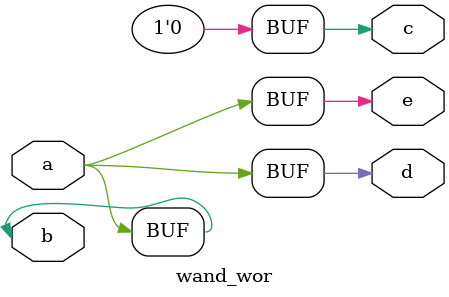
<source format=v>
`timescale 1ns/1ns

module wand_wor (a, b, c, d, e); 
  input a, b;
  output c, d, e;
  wire not_a;
  wand d;
  wor e;
  
  assign not_a = ~a;
  assign c = not_a & b; 
  // c =  NOT(a) AND b

  //wired and
  assign d = a; 
  assign d = b;
  // d = a AND b 

  //wired or
  assign e = a;
  assign e = b;
  // e = a OR b 
endmodule
</source>
